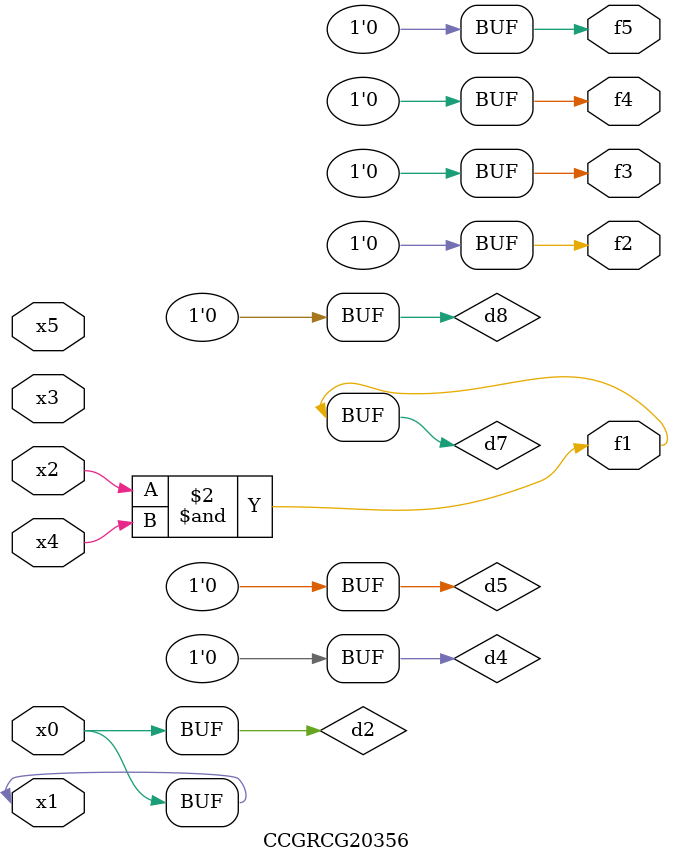
<source format=v>
module CCGRCG20356(
	input x0, x1, x2, x3, x4, x5,
	output f1, f2, f3, f4, f5
);

	wire d1, d2, d3, d4, d5, d6, d7, d8, d9;

	nand (d1, x1);
	buf (d2, x0, x1);
	nand (d3, x2, x4);
	and (d4, d1, d2);
	and (d5, d1, d2);
	nand (d6, d1, d3);
	not (d7, d3);
	xor (d8, d5);
	nor (d9, d5, d6);
	assign f1 = d7;
	assign f2 = d8;
	assign f3 = d8;
	assign f4 = d8;
	assign f5 = d8;
endmodule

</source>
